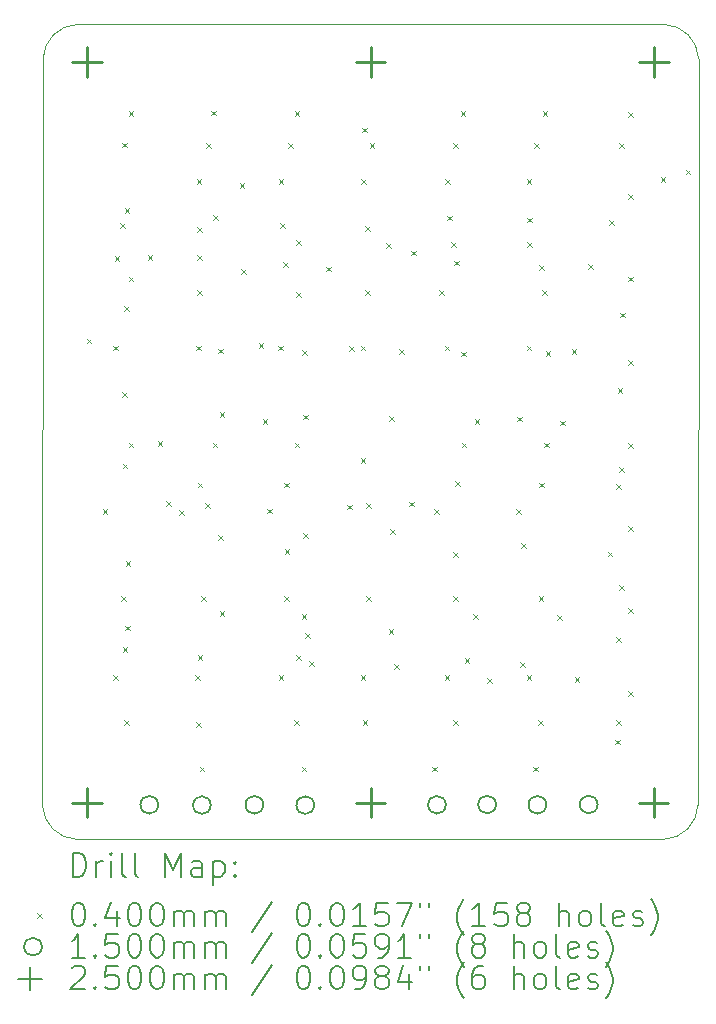
<source format=gbr>
%TF.GenerationSoftware,KiCad,Pcbnew,8.0.5*%
%TF.CreationDate,2025-09-21T17:17:39-10:00*%
%TF.ProjectId,SiPMT.revA,5369504d-542e-4726-9576-412e6b696361,rev?*%
%TF.SameCoordinates,Original*%
%TF.FileFunction,Drillmap*%
%TF.FilePolarity,Positive*%
%FSLAX45Y45*%
G04 Gerber Fmt 4.5, Leading zero omitted, Abs format (unit mm)*
G04 Created by KiCad (PCBNEW 8.0.5) date 2025-09-21 17:17:39*
%MOMM*%
%LPD*%
G01*
G04 APERTURE LIST*
%ADD10C,0.100000*%
%ADD11C,0.200000*%
%ADD12C,0.150000*%
%ADD13C,0.250000*%
G04 APERTURE END LIST*
D10*
X17175006Y-6058169D02*
X12205000Y-6058000D01*
X17459831Y-12668006D02*
X17465000Y-6348000D01*
X11915169Y-6347994D02*
X11910000Y-12668000D01*
X12199994Y-12957831D02*
G75*
G02*
X11909995Y-12668000I9996J300001D01*
G01*
X11915169Y-6347994D02*
G75*
G02*
X12205000Y-6057995I300001J-9996D01*
G01*
X17175006Y-6058169D02*
G75*
G02*
X17465005Y-6348000I-9996J-300001D01*
G01*
X17459831Y-12668006D02*
G75*
G02*
X17170000Y-12958005I-300001J9996D01*
G01*
X12199994Y-12957831D02*
X17170000Y-12958000D01*
D11*
D10*
X12285000Y-8718000D02*
X12325000Y-8758000D01*
X12325000Y-8718000D02*
X12285000Y-8758000D01*
X12420000Y-10163000D02*
X12460000Y-10203000D01*
X12460000Y-10163000D02*
X12420000Y-10203000D01*
X12510000Y-8778000D02*
X12550000Y-8818000D01*
X12550000Y-8778000D02*
X12510000Y-8818000D01*
X12510000Y-11568000D02*
X12550000Y-11608000D01*
X12550000Y-11568000D02*
X12510000Y-11608000D01*
X12520000Y-8018000D02*
X12560000Y-8058000D01*
X12560000Y-8018000D02*
X12520000Y-8058000D01*
X12565000Y-7738000D02*
X12605000Y-7778000D01*
X12605000Y-7738000D02*
X12565000Y-7778000D01*
X12575000Y-10898000D02*
X12615000Y-10938000D01*
X12615000Y-10898000D02*
X12575000Y-10938000D01*
X12585000Y-7058000D02*
X12625000Y-7098000D01*
X12625000Y-7058000D02*
X12585000Y-7098000D01*
X12585000Y-9173000D02*
X12625000Y-9213000D01*
X12625000Y-9173000D02*
X12585000Y-9213000D01*
X12590000Y-9778000D02*
X12630000Y-9818000D01*
X12630000Y-9778000D02*
X12590000Y-9818000D01*
X12590000Y-11328000D02*
X12630000Y-11368000D01*
X12630000Y-11328000D02*
X12590000Y-11368000D01*
X12600000Y-8443000D02*
X12640000Y-8483000D01*
X12640000Y-8443000D02*
X12600000Y-8483000D01*
X12600000Y-11948000D02*
X12640000Y-11988000D01*
X12640000Y-11948000D02*
X12600000Y-11988000D01*
X12605000Y-7613000D02*
X12645000Y-7653000D01*
X12645000Y-7613000D02*
X12605000Y-7653000D01*
X12610000Y-11148000D02*
X12650000Y-11188000D01*
X12650000Y-11148000D02*
X12610000Y-11188000D01*
X12615000Y-10603000D02*
X12655000Y-10643000D01*
X12655000Y-10603000D02*
X12615000Y-10643000D01*
X12638735Y-9599265D02*
X12678735Y-9639265D01*
X12678735Y-9599265D02*
X12638735Y-9639265D01*
X12640000Y-6793000D02*
X12680000Y-6833000D01*
X12680000Y-6793000D02*
X12640000Y-6833000D01*
X12640000Y-8193000D02*
X12680000Y-8233000D01*
X12680000Y-8193000D02*
X12640000Y-8233000D01*
X12800000Y-8013000D02*
X12840000Y-8053000D01*
X12840000Y-8013000D02*
X12800000Y-8053000D01*
X12885000Y-9588000D02*
X12925000Y-9628000D01*
X12925000Y-9588000D02*
X12885000Y-9628000D01*
X12955000Y-10093000D02*
X12995000Y-10133000D01*
X12995000Y-10093000D02*
X12955000Y-10133000D01*
X13065000Y-10173000D02*
X13105000Y-10213000D01*
X13105000Y-10173000D02*
X13065000Y-10213000D01*
X13205000Y-11568000D02*
X13245000Y-11608000D01*
X13245000Y-11568000D02*
X13205000Y-11608000D01*
X13210000Y-8778000D02*
X13250000Y-8818000D01*
X13250000Y-8778000D02*
X13210000Y-8818000D01*
X13210000Y-11968000D02*
X13250000Y-12008000D01*
X13250000Y-11968000D02*
X13210000Y-12008000D01*
X13215000Y-7368000D02*
X13255000Y-7408000D01*
X13255000Y-7368000D02*
X13215000Y-7408000D01*
X13217369Y-8307900D02*
X13257369Y-8347900D01*
X13257369Y-8307900D02*
X13217369Y-8347900D01*
X13220000Y-7773000D02*
X13260000Y-7813000D01*
X13260000Y-7773000D02*
X13220000Y-7813000D01*
X13220000Y-8013000D02*
X13260000Y-8053000D01*
X13260000Y-8013000D02*
X13220000Y-8053000D01*
X13225000Y-9938000D02*
X13265000Y-9978000D01*
X13265000Y-9938000D02*
X13225000Y-9978000D01*
X13225000Y-11398000D02*
X13265000Y-11438000D01*
X13265000Y-11398000D02*
X13225000Y-11438000D01*
X13240000Y-12343000D02*
X13280000Y-12383000D01*
X13280000Y-12343000D02*
X13240000Y-12383000D01*
X13255000Y-10898000D02*
X13295000Y-10938000D01*
X13295000Y-10898000D02*
X13255000Y-10938000D01*
X13285275Y-10110309D02*
X13325275Y-10150309D01*
X13325275Y-10110309D02*
X13285275Y-10150309D01*
X13295000Y-7063000D02*
X13335000Y-7103000D01*
X13335000Y-7063000D02*
X13295000Y-7103000D01*
X13340000Y-6788000D02*
X13380000Y-6828000D01*
X13380000Y-6788000D02*
X13340000Y-6828000D01*
X13350000Y-9598000D02*
X13390000Y-9638000D01*
X13390000Y-9598000D02*
X13350000Y-9638000D01*
X13352500Y-7673000D02*
X13392500Y-7713000D01*
X13392500Y-7673000D02*
X13352500Y-7713000D01*
X13400000Y-8803000D02*
X13440000Y-8843000D01*
X13440000Y-8803000D02*
X13400000Y-8843000D01*
X13400000Y-10383000D02*
X13440000Y-10423000D01*
X13440000Y-10383000D02*
X13400000Y-10423000D01*
X13410000Y-9343000D02*
X13450000Y-9383000D01*
X13450000Y-9343000D02*
X13410000Y-9383000D01*
X13410000Y-11028000D02*
X13450000Y-11068000D01*
X13450000Y-11028000D02*
X13410000Y-11068000D01*
X13580000Y-7403000D02*
X13620000Y-7443000D01*
X13620000Y-7403000D02*
X13580000Y-7443000D01*
X13590000Y-8128000D02*
X13630000Y-8168000D01*
X13630000Y-8128000D02*
X13590000Y-8168000D01*
X13740000Y-8758000D02*
X13780000Y-8798000D01*
X13780000Y-8758000D02*
X13740000Y-8798000D01*
X13775000Y-9403000D02*
X13815000Y-9443000D01*
X13815000Y-9403000D02*
X13775000Y-9443000D01*
X13814723Y-10158817D02*
X13854723Y-10198817D01*
X13854723Y-10158817D02*
X13814723Y-10198817D01*
X13905000Y-8778000D02*
X13945000Y-8818000D01*
X13945000Y-8778000D02*
X13905000Y-8818000D01*
X13910000Y-7368000D02*
X13950000Y-7408000D01*
X13950000Y-7368000D02*
X13910000Y-7408000D01*
X13910000Y-11568000D02*
X13950000Y-11608000D01*
X13950000Y-11568000D02*
X13910000Y-11608000D01*
X13925000Y-7743000D02*
X13965000Y-7783000D01*
X13965000Y-7743000D02*
X13925000Y-7783000D01*
X13950000Y-8068000D02*
X13990000Y-8108000D01*
X13990000Y-8068000D02*
X13950000Y-8108000D01*
X13955000Y-9938000D02*
X13995000Y-9978000D01*
X13995000Y-9938000D02*
X13955000Y-9978000D01*
X13955000Y-10898000D02*
X13995000Y-10938000D01*
X13995000Y-10898000D02*
X13955000Y-10938000D01*
X13960000Y-10498000D02*
X14000000Y-10538000D01*
X14000000Y-10498000D02*
X13960000Y-10538000D01*
X13990000Y-7063000D02*
X14030000Y-7103000D01*
X14030000Y-7063000D02*
X13990000Y-7103000D01*
X14040000Y-11948000D02*
X14080000Y-11988000D01*
X14080000Y-11948000D02*
X14040000Y-11988000D01*
X14045000Y-6793000D02*
X14085000Y-6833000D01*
X14085000Y-6793000D02*
X14045000Y-6833000D01*
X14045000Y-9598000D02*
X14085000Y-9638000D01*
X14085000Y-9598000D02*
X14045000Y-9638000D01*
X14055000Y-7883000D02*
X14095000Y-7923000D01*
X14095000Y-7883000D02*
X14055000Y-7923000D01*
X14055000Y-11398000D02*
X14095000Y-11438000D01*
X14095000Y-11398000D02*
X14055000Y-11438000D01*
X14060000Y-8323000D02*
X14100000Y-8363000D01*
X14100000Y-8323000D02*
X14060000Y-8363000D01*
X14105000Y-11053000D02*
X14145000Y-11093000D01*
X14145000Y-11053000D02*
X14105000Y-11093000D01*
X14105000Y-12343000D02*
X14145000Y-12383000D01*
X14145000Y-12343000D02*
X14105000Y-12383000D01*
X14110000Y-8813000D02*
X14150000Y-8853000D01*
X14150000Y-8813000D02*
X14110000Y-8853000D01*
X14115000Y-10368000D02*
X14155000Y-10408000D01*
X14155000Y-10368000D02*
X14115000Y-10408000D01*
X14120000Y-9363000D02*
X14160000Y-9403000D01*
X14160000Y-9363000D02*
X14120000Y-9403000D01*
X14135000Y-11213000D02*
X14175000Y-11253000D01*
X14175000Y-11213000D02*
X14135000Y-11253000D01*
X14170000Y-11448000D02*
X14210000Y-11488000D01*
X14210000Y-11448000D02*
X14170000Y-11488000D01*
X14310000Y-8108000D02*
X14350000Y-8148000D01*
X14350000Y-8108000D02*
X14310000Y-8148000D01*
X14490000Y-10123000D02*
X14530000Y-10163000D01*
X14530000Y-10123000D02*
X14490000Y-10163000D01*
X14505000Y-8783000D02*
X14545000Y-8823000D01*
X14545000Y-8783000D02*
X14505000Y-8823000D01*
X14604862Y-8777744D02*
X14644862Y-8817744D01*
X14644862Y-8777744D02*
X14604862Y-8817744D01*
X14605000Y-9733000D02*
X14645000Y-9773000D01*
X14645000Y-9733000D02*
X14605000Y-9773000D01*
X14605000Y-11568000D02*
X14645000Y-11608000D01*
X14645000Y-11568000D02*
X14605000Y-11608000D01*
X14610000Y-7368000D02*
X14650000Y-7408000D01*
X14650000Y-7368000D02*
X14610000Y-7408000D01*
X14615000Y-6933000D02*
X14655000Y-6973000D01*
X14655000Y-6933000D02*
X14615000Y-6973000D01*
X14620000Y-11948000D02*
X14660000Y-11988000D01*
X14660000Y-11948000D02*
X14620000Y-11988000D01*
X14640000Y-7763000D02*
X14680000Y-7803000D01*
X14680000Y-7763000D02*
X14640000Y-7803000D01*
X14645000Y-8308000D02*
X14685000Y-8348000D01*
X14685000Y-8308000D02*
X14645000Y-8348000D01*
X14647500Y-10110000D02*
X14687500Y-10150000D01*
X14687500Y-10110000D02*
X14647500Y-10150000D01*
X14647500Y-10898000D02*
X14687500Y-10938000D01*
X14687500Y-10898000D02*
X14647500Y-10938000D01*
X14680000Y-7063000D02*
X14720000Y-7103000D01*
X14720000Y-7063000D02*
X14680000Y-7103000D01*
X14820000Y-7908000D02*
X14860000Y-7948000D01*
X14860000Y-7908000D02*
X14820000Y-7948000D01*
X14840000Y-11178000D02*
X14880000Y-11218000D01*
X14880000Y-11178000D02*
X14840000Y-11218000D01*
X14845000Y-9373000D02*
X14885000Y-9413000D01*
X14885000Y-9373000D02*
X14845000Y-9413000D01*
X14855000Y-10333000D02*
X14895000Y-10373000D01*
X14895000Y-10333000D02*
X14855000Y-10373000D01*
X14890000Y-11473000D02*
X14930000Y-11513000D01*
X14930000Y-11473000D02*
X14890000Y-11513000D01*
X14930000Y-8808000D02*
X14970000Y-8848000D01*
X14970000Y-8808000D02*
X14930000Y-8848000D01*
X15015000Y-10098000D02*
X15055000Y-10138000D01*
X15055000Y-10098000D02*
X15015000Y-10138000D01*
X15030000Y-7973000D02*
X15070000Y-8013000D01*
X15070000Y-7973000D02*
X15030000Y-8013000D01*
X15210000Y-12343000D02*
X15250000Y-12383000D01*
X15250000Y-12343000D02*
X15210000Y-12383000D01*
X15225000Y-10163000D02*
X15265000Y-10203000D01*
X15265000Y-10163000D02*
X15225000Y-10203000D01*
X15270000Y-8308000D02*
X15310000Y-8348000D01*
X15310000Y-8308000D02*
X15270000Y-8348000D01*
X15315000Y-8778000D02*
X15355000Y-8818000D01*
X15355000Y-8778000D02*
X15315000Y-8818000D01*
X15315000Y-11568000D02*
X15355000Y-11608000D01*
X15355000Y-11568000D02*
X15315000Y-11608000D01*
X15320000Y-7368000D02*
X15360000Y-7408000D01*
X15360000Y-7368000D02*
X15320000Y-7408000D01*
X15335000Y-7678000D02*
X15375000Y-7718000D01*
X15375000Y-7678000D02*
X15335000Y-7718000D01*
X15370000Y-7903000D02*
X15410000Y-7943000D01*
X15410000Y-7903000D02*
X15370000Y-7943000D01*
X15385000Y-11948000D02*
X15425000Y-11988000D01*
X15425000Y-11948000D02*
X15385000Y-11988000D01*
X15390000Y-7063000D02*
X15430000Y-7103000D01*
X15430000Y-7063000D02*
X15390000Y-7103000D01*
X15390000Y-10528000D02*
X15430000Y-10568000D01*
X15430000Y-10528000D02*
X15390000Y-10568000D01*
X15390000Y-10898000D02*
X15430000Y-10938000D01*
X15430000Y-10898000D02*
X15390000Y-10938000D01*
X15395000Y-8058000D02*
X15435000Y-8098000D01*
X15435000Y-8058000D02*
X15395000Y-8098000D01*
X15405000Y-9928000D02*
X15445000Y-9968000D01*
X15445000Y-9928000D02*
X15405000Y-9968000D01*
X15450000Y-6793000D02*
X15490000Y-6833000D01*
X15490000Y-6793000D02*
X15450000Y-6833000D01*
X15455000Y-8828000D02*
X15495000Y-8868000D01*
X15495000Y-8828000D02*
X15455000Y-8868000D01*
X15460000Y-9598000D02*
X15500000Y-9638000D01*
X15500000Y-9598000D02*
X15460000Y-9638000D01*
X15485000Y-11423000D02*
X15525000Y-11463000D01*
X15525000Y-11423000D02*
X15485000Y-11463000D01*
X15555000Y-11053000D02*
X15595000Y-11093000D01*
X15595000Y-11053000D02*
X15555000Y-11093000D01*
X15570000Y-9398000D02*
X15610000Y-9438000D01*
X15610000Y-9398000D02*
X15570000Y-9438000D01*
X15675000Y-11593000D02*
X15715000Y-11633000D01*
X15715000Y-11593000D02*
X15675000Y-11633000D01*
X15920000Y-10163000D02*
X15960000Y-10203000D01*
X15960000Y-10163000D02*
X15920000Y-10203000D01*
X15930000Y-9378000D02*
X15970000Y-9418000D01*
X15970000Y-9378000D02*
X15930000Y-9418000D01*
X15955000Y-11458000D02*
X15995000Y-11498000D01*
X15995000Y-11458000D02*
X15955000Y-11498000D01*
X15965000Y-10448000D02*
X16005000Y-10488000D01*
X16005000Y-10448000D02*
X15965000Y-10488000D01*
X16010000Y-7368000D02*
X16050000Y-7408000D01*
X16050000Y-7368000D02*
X16010000Y-7408000D01*
X16010000Y-8778000D02*
X16050000Y-8818000D01*
X16050000Y-8778000D02*
X16010000Y-8818000D01*
X16010000Y-11568000D02*
X16050000Y-11608000D01*
X16050000Y-11568000D02*
X16010000Y-11608000D01*
X16015000Y-7693000D02*
X16055000Y-7733000D01*
X16055000Y-7693000D02*
X16015000Y-7733000D01*
X16015000Y-7903000D02*
X16055000Y-7943000D01*
X16055000Y-7903000D02*
X16015000Y-7943000D01*
X16065000Y-12343000D02*
X16105000Y-12383000D01*
X16105000Y-12343000D02*
X16065000Y-12383000D01*
X16075000Y-7063000D02*
X16115000Y-7103000D01*
X16115000Y-7063000D02*
X16075000Y-7103000D01*
X16105000Y-11948000D02*
X16145000Y-11988000D01*
X16145000Y-11948000D02*
X16105000Y-11988000D01*
X16112140Y-10900860D02*
X16152140Y-10940860D01*
X16152140Y-10900860D02*
X16112140Y-10940860D01*
X16115000Y-8098000D02*
X16155000Y-8138000D01*
X16155000Y-8098000D02*
X16115000Y-8138000D01*
X16115000Y-9938000D02*
X16155000Y-9978000D01*
X16155000Y-9938000D02*
X16115000Y-9978000D01*
X16140000Y-8308000D02*
X16180000Y-8348000D01*
X16180000Y-8308000D02*
X16140000Y-8348000D01*
X16145000Y-6793000D02*
X16185000Y-6833000D01*
X16185000Y-6793000D02*
X16145000Y-6833000D01*
X16160000Y-9598000D02*
X16200000Y-9638000D01*
X16200000Y-9598000D02*
X16160000Y-9638000D01*
X16170000Y-8823000D02*
X16210000Y-8863000D01*
X16210000Y-8823000D02*
X16170000Y-8863000D01*
X16265000Y-11058000D02*
X16305000Y-11098000D01*
X16305000Y-11058000D02*
X16265000Y-11098000D01*
X16295000Y-9413000D02*
X16335000Y-9453000D01*
X16335000Y-9413000D02*
X16295000Y-9453000D01*
X16390000Y-8808000D02*
X16430000Y-8848000D01*
X16430000Y-8808000D02*
X16390000Y-8848000D01*
X16415000Y-11583000D02*
X16455000Y-11623000D01*
X16455000Y-11583000D02*
X16415000Y-11623000D01*
X16530000Y-8088000D02*
X16570000Y-8128000D01*
X16570000Y-8088000D02*
X16530000Y-8128000D01*
X16695000Y-10523000D02*
X16735000Y-10563000D01*
X16735000Y-10523000D02*
X16695000Y-10563000D01*
X16705000Y-7718000D02*
X16745000Y-7758000D01*
X16745000Y-7718000D02*
X16705000Y-7758000D01*
X16760000Y-12113000D02*
X16800000Y-12153000D01*
X16800000Y-12113000D02*
X16760000Y-12153000D01*
X16770000Y-9953000D02*
X16810000Y-9993000D01*
X16810000Y-9953000D02*
X16770000Y-9993000D01*
X16770000Y-11248000D02*
X16810000Y-11288000D01*
X16810000Y-11248000D02*
X16770000Y-11288000D01*
X16770000Y-11948000D02*
X16810000Y-11988000D01*
X16810000Y-11948000D02*
X16770000Y-11988000D01*
X16780000Y-9138000D02*
X16820000Y-9178000D01*
X16820000Y-9138000D02*
X16780000Y-9178000D01*
X16795000Y-7063000D02*
X16835000Y-7103000D01*
X16835000Y-7063000D02*
X16795000Y-7103000D01*
X16795000Y-9808000D02*
X16835000Y-9848000D01*
X16835000Y-9808000D02*
X16795000Y-9848000D01*
X16795000Y-10808000D02*
X16835000Y-10848000D01*
X16835000Y-10808000D02*
X16795000Y-10848000D01*
X16800000Y-8498000D02*
X16840000Y-8538000D01*
X16840000Y-8498000D02*
X16800000Y-8538000D01*
X16870000Y-6798000D02*
X16910000Y-6838000D01*
X16910000Y-6798000D02*
X16870000Y-6838000D01*
X16870000Y-7493000D02*
X16910000Y-7533000D01*
X16910000Y-7493000D02*
X16870000Y-7533000D01*
X16870000Y-8193000D02*
X16910000Y-8233000D01*
X16910000Y-8193000D02*
X16870000Y-8233000D01*
X16870000Y-8898000D02*
X16910000Y-8938000D01*
X16910000Y-8898000D02*
X16870000Y-8938000D01*
X16870000Y-9603000D02*
X16910000Y-9643000D01*
X16910000Y-9603000D02*
X16870000Y-9643000D01*
X16870000Y-10303000D02*
X16910000Y-10343000D01*
X16910000Y-10303000D02*
X16870000Y-10343000D01*
X16870000Y-10998000D02*
X16910000Y-11038000D01*
X16910000Y-10998000D02*
X16870000Y-11038000D01*
X16870000Y-11703000D02*
X16910000Y-11743000D01*
X16910000Y-11703000D02*
X16870000Y-11743000D01*
X17145000Y-7353000D02*
X17185000Y-7393000D01*
X17185000Y-7353000D02*
X17145000Y-7393000D01*
X17355000Y-7288000D02*
X17395000Y-7328000D01*
X17395000Y-7288000D02*
X17355000Y-7328000D01*
D12*
X12889315Y-12665500D02*
G75*
G02*
X12739315Y-12665500I-75000J0D01*
G01*
X12739315Y-12665500D02*
G75*
G02*
X12889315Y-12665500I75000J0D01*
G01*
X13335000Y-12668000D02*
G75*
G02*
X13185000Y-12668000I-75000J0D01*
G01*
X13185000Y-12668000D02*
G75*
G02*
X13335000Y-12668000I75000J0D01*
G01*
X13778750Y-12665500D02*
G75*
G02*
X13628750Y-12665500I-75000J0D01*
G01*
X13628750Y-12665500D02*
G75*
G02*
X13778750Y-12665500I75000J0D01*
G01*
X14210000Y-12668000D02*
G75*
G02*
X14060000Y-12668000I-75000J0D01*
G01*
X14060000Y-12668000D02*
G75*
G02*
X14210000Y-12668000I75000J0D01*
G01*
X15325000Y-12665500D02*
G75*
G02*
X15175000Y-12665500I-75000J0D01*
G01*
X15175000Y-12665500D02*
G75*
G02*
X15325000Y-12665500I75000J0D01*
G01*
X15750000Y-12663000D02*
G75*
G02*
X15600000Y-12663000I-75000J0D01*
G01*
X15600000Y-12663000D02*
G75*
G02*
X15750000Y-12663000I75000J0D01*
G01*
X16175000Y-12665500D02*
G75*
G02*
X16025000Y-12665500I-75000J0D01*
G01*
X16025000Y-12665500D02*
G75*
G02*
X16175000Y-12665500I75000J0D01*
G01*
X16610000Y-12663000D02*
G75*
G02*
X16460000Y-12663000I-75000J0D01*
G01*
X16460000Y-12663000D02*
G75*
G02*
X16610000Y-12663000I75000J0D01*
G01*
D13*
X12288750Y-6252500D02*
X12288750Y-6502500D01*
X12163750Y-6377500D02*
X12413750Y-6377500D01*
X12288750Y-12522500D02*
X12288750Y-12772500D01*
X12163750Y-12647500D02*
X12413750Y-12647500D01*
X14688750Y-6252500D02*
X14688750Y-6502500D01*
X14563750Y-6377500D02*
X14813750Y-6377500D01*
X14688750Y-12522500D02*
X14688750Y-12772500D01*
X14563750Y-12647500D02*
X14813750Y-12647500D01*
X17083750Y-12522500D02*
X17083750Y-12772500D01*
X16958750Y-12647500D02*
X17208750Y-12647500D01*
X17088750Y-6252500D02*
X17088750Y-6502500D01*
X16963750Y-6377500D02*
X17213750Y-6377500D01*
D11*
X12165777Y-13274484D02*
X12165777Y-13074484D01*
X12165777Y-13074484D02*
X12213396Y-13074484D01*
X12213396Y-13074484D02*
X12241967Y-13084008D01*
X12241967Y-13084008D02*
X12261015Y-13103055D01*
X12261015Y-13103055D02*
X12270539Y-13122103D01*
X12270539Y-13122103D02*
X12280062Y-13160198D01*
X12280062Y-13160198D02*
X12280062Y-13188769D01*
X12280062Y-13188769D02*
X12270539Y-13226865D01*
X12270539Y-13226865D02*
X12261015Y-13245912D01*
X12261015Y-13245912D02*
X12241967Y-13264960D01*
X12241967Y-13264960D02*
X12213396Y-13274484D01*
X12213396Y-13274484D02*
X12165777Y-13274484D01*
X12365777Y-13274484D02*
X12365777Y-13141150D01*
X12365777Y-13179246D02*
X12375301Y-13160198D01*
X12375301Y-13160198D02*
X12384824Y-13150674D01*
X12384824Y-13150674D02*
X12403872Y-13141150D01*
X12403872Y-13141150D02*
X12422920Y-13141150D01*
X12489586Y-13274484D02*
X12489586Y-13141150D01*
X12489586Y-13074484D02*
X12480062Y-13084008D01*
X12480062Y-13084008D02*
X12489586Y-13093531D01*
X12489586Y-13093531D02*
X12499110Y-13084008D01*
X12499110Y-13084008D02*
X12489586Y-13074484D01*
X12489586Y-13074484D02*
X12489586Y-13093531D01*
X12613396Y-13274484D02*
X12594348Y-13264960D01*
X12594348Y-13264960D02*
X12584824Y-13245912D01*
X12584824Y-13245912D02*
X12584824Y-13074484D01*
X12718158Y-13274484D02*
X12699110Y-13264960D01*
X12699110Y-13264960D02*
X12689586Y-13245912D01*
X12689586Y-13245912D02*
X12689586Y-13074484D01*
X12946729Y-13274484D02*
X12946729Y-13074484D01*
X12946729Y-13074484D02*
X13013396Y-13217341D01*
X13013396Y-13217341D02*
X13080062Y-13074484D01*
X13080062Y-13074484D02*
X13080062Y-13274484D01*
X13261015Y-13274484D02*
X13261015Y-13169722D01*
X13261015Y-13169722D02*
X13251491Y-13150674D01*
X13251491Y-13150674D02*
X13232443Y-13141150D01*
X13232443Y-13141150D02*
X13194348Y-13141150D01*
X13194348Y-13141150D02*
X13175301Y-13150674D01*
X13261015Y-13264960D02*
X13241967Y-13274484D01*
X13241967Y-13274484D02*
X13194348Y-13274484D01*
X13194348Y-13274484D02*
X13175301Y-13264960D01*
X13175301Y-13264960D02*
X13165777Y-13245912D01*
X13165777Y-13245912D02*
X13165777Y-13226865D01*
X13165777Y-13226865D02*
X13175301Y-13207817D01*
X13175301Y-13207817D02*
X13194348Y-13198293D01*
X13194348Y-13198293D02*
X13241967Y-13198293D01*
X13241967Y-13198293D02*
X13261015Y-13188769D01*
X13356253Y-13141150D02*
X13356253Y-13341150D01*
X13356253Y-13150674D02*
X13375301Y-13141150D01*
X13375301Y-13141150D02*
X13413396Y-13141150D01*
X13413396Y-13141150D02*
X13432443Y-13150674D01*
X13432443Y-13150674D02*
X13441967Y-13160198D01*
X13441967Y-13160198D02*
X13451491Y-13179246D01*
X13451491Y-13179246D02*
X13451491Y-13236388D01*
X13451491Y-13236388D02*
X13441967Y-13255436D01*
X13441967Y-13255436D02*
X13432443Y-13264960D01*
X13432443Y-13264960D02*
X13413396Y-13274484D01*
X13413396Y-13274484D02*
X13375301Y-13274484D01*
X13375301Y-13274484D02*
X13356253Y-13264960D01*
X13537205Y-13255436D02*
X13546729Y-13264960D01*
X13546729Y-13264960D02*
X13537205Y-13274484D01*
X13537205Y-13274484D02*
X13527682Y-13264960D01*
X13527682Y-13264960D02*
X13537205Y-13255436D01*
X13537205Y-13255436D02*
X13537205Y-13274484D01*
X13537205Y-13150674D02*
X13546729Y-13160198D01*
X13546729Y-13160198D02*
X13537205Y-13169722D01*
X13537205Y-13169722D02*
X13527682Y-13160198D01*
X13527682Y-13160198D02*
X13537205Y-13150674D01*
X13537205Y-13150674D02*
X13537205Y-13169722D01*
D10*
X11865000Y-13583000D02*
X11905000Y-13623000D01*
X11905000Y-13583000D02*
X11865000Y-13623000D01*
D11*
X12203872Y-13494484D02*
X12222920Y-13494484D01*
X12222920Y-13494484D02*
X12241967Y-13504008D01*
X12241967Y-13504008D02*
X12251491Y-13513531D01*
X12251491Y-13513531D02*
X12261015Y-13532579D01*
X12261015Y-13532579D02*
X12270539Y-13570674D01*
X12270539Y-13570674D02*
X12270539Y-13618293D01*
X12270539Y-13618293D02*
X12261015Y-13656388D01*
X12261015Y-13656388D02*
X12251491Y-13675436D01*
X12251491Y-13675436D02*
X12241967Y-13684960D01*
X12241967Y-13684960D02*
X12222920Y-13694484D01*
X12222920Y-13694484D02*
X12203872Y-13694484D01*
X12203872Y-13694484D02*
X12184824Y-13684960D01*
X12184824Y-13684960D02*
X12175301Y-13675436D01*
X12175301Y-13675436D02*
X12165777Y-13656388D01*
X12165777Y-13656388D02*
X12156253Y-13618293D01*
X12156253Y-13618293D02*
X12156253Y-13570674D01*
X12156253Y-13570674D02*
X12165777Y-13532579D01*
X12165777Y-13532579D02*
X12175301Y-13513531D01*
X12175301Y-13513531D02*
X12184824Y-13504008D01*
X12184824Y-13504008D02*
X12203872Y-13494484D01*
X12356253Y-13675436D02*
X12365777Y-13684960D01*
X12365777Y-13684960D02*
X12356253Y-13694484D01*
X12356253Y-13694484D02*
X12346729Y-13684960D01*
X12346729Y-13684960D02*
X12356253Y-13675436D01*
X12356253Y-13675436D02*
X12356253Y-13694484D01*
X12537205Y-13561150D02*
X12537205Y-13694484D01*
X12489586Y-13484960D02*
X12441967Y-13627817D01*
X12441967Y-13627817D02*
X12565777Y-13627817D01*
X12680062Y-13494484D02*
X12699110Y-13494484D01*
X12699110Y-13494484D02*
X12718158Y-13504008D01*
X12718158Y-13504008D02*
X12727682Y-13513531D01*
X12727682Y-13513531D02*
X12737205Y-13532579D01*
X12737205Y-13532579D02*
X12746729Y-13570674D01*
X12746729Y-13570674D02*
X12746729Y-13618293D01*
X12746729Y-13618293D02*
X12737205Y-13656388D01*
X12737205Y-13656388D02*
X12727682Y-13675436D01*
X12727682Y-13675436D02*
X12718158Y-13684960D01*
X12718158Y-13684960D02*
X12699110Y-13694484D01*
X12699110Y-13694484D02*
X12680062Y-13694484D01*
X12680062Y-13694484D02*
X12661015Y-13684960D01*
X12661015Y-13684960D02*
X12651491Y-13675436D01*
X12651491Y-13675436D02*
X12641967Y-13656388D01*
X12641967Y-13656388D02*
X12632443Y-13618293D01*
X12632443Y-13618293D02*
X12632443Y-13570674D01*
X12632443Y-13570674D02*
X12641967Y-13532579D01*
X12641967Y-13532579D02*
X12651491Y-13513531D01*
X12651491Y-13513531D02*
X12661015Y-13504008D01*
X12661015Y-13504008D02*
X12680062Y-13494484D01*
X12870539Y-13494484D02*
X12889586Y-13494484D01*
X12889586Y-13494484D02*
X12908634Y-13504008D01*
X12908634Y-13504008D02*
X12918158Y-13513531D01*
X12918158Y-13513531D02*
X12927682Y-13532579D01*
X12927682Y-13532579D02*
X12937205Y-13570674D01*
X12937205Y-13570674D02*
X12937205Y-13618293D01*
X12937205Y-13618293D02*
X12927682Y-13656388D01*
X12927682Y-13656388D02*
X12918158Y-13675436D01*
X12918158Y-13675436D02*
X12908634Y-13684960D01*
X12908634Y-13684960D02*
X12889586Y-13694484D01*
X12889586Y-13694484D02*
X12870539Y-13694484D01*
X12870539Y-13694484D02*
X12851491Y-13684960D01*
X12851491Y-13684960D02*
X12841967Y-13675436D01*
X12841967Y-13675436D02*
X12832443Y-13656388D01*
X12832443Y-13656388D02*
X12822920Y-13618293D01*
X12822920Y-13618293D02*
X12822920Y-13570674D01*
X12822920Y-13570674D02*
X12832443Y-13532579D01*
X12832443Y-13532579D02*
X12841967Y-13513531D01*
X12841967Y-13513531D02*
X12851491Y-13504008D01*
X12851491Y-13504008D02*
X12870539Y-13494484D01*
X13022920Y-13694484D02*
X13022920Y-13561150D01*
X13022920Y-13580198D02*
X13032443Y-13570674D01*
X13032443Y-13570674D02*
X13051491Y-13561150D01*
X13051491Y-13561150D02*
X13080063Y-13561150D01*
X13080063Y-13561150D02*
X13099110Y-13570674D01*
X13099110Y-13570674D02*
X13108634Y-13589722D01*
X13108634Y-13589722D02*
X13108634Y-13694484D01*
X13108634Y-13589722D02*
X13118158Y-13570674D01*
X13118158Y-13570674D02*
X13137205Y-13561150D01*
X13137205Y-13561150D02*
X13165777Y-13561150D01*
X13165777Y-13561150D02*
X13184824Y-13570674D01*
X13184824Y-13570674D02*
X13194348Y-13589722D01*
X13194348Y-13589722D02*
X13194348Y-13694484D01*
X13289586Y-13694484D02*
X13289586Y-13561150D01*
X13289586Y-13580198D02*
X13299110Y-13570674D01*
X13299110Y-13570674D02*
X13318158Y-13561150D01*
X13318158Y-13561150D02*
X13346729Y-13561150D01*
X13346729Y-13561150D02*
X13365777Y-13570674D01*
X13365777Y-13570674D02*
X13375301Y-13589722D01*
X13375301Y-13589722D02*
X13375301Y-13694484D01*
X13375301Y-13589722D02*
X13384824Y-13570674D01*
X13384824Y-13570674D02*
X13403872Y-13561150D01*
X13403872Y-13561150D02*
X13432443Y-13561150D01*
X13432443Y-13561150D02*
X13451491Y-13570674D01*
X13451491Y-13570674D02*
X13461015Y-13589722D01*
X13461015Y-13589722D02*
X13461015Y-13694484D01*
X13851491Y-13484960D02*
X13680063Y-13742103D01*
X14108634Y-13494484D02*
X14127682Y-13494484D01*
X14127682Y-13494484D02*
X14146729Y-13504008D01*
X14146729Y-13504008D02*
X14156253Y-13513531D01*
X14156253Y-13513531D02*
X14165777Y-13532579D01*
X14165777Y-13532579D02*
X14175301Y-13570674D01*
X14175301Y-13570674D02*
X14175301Y-13618293D01*
X14175301Y-13618293D02*
X14165777Y-13656388D01*
X14165777Y-13656388D02*
X14156253Y-13675436D01*
X14156253Y-13675436D02*
X14146729Y-13684960D01*
X14146729Y-13684960D02*
X14127682Y-13694484D01*
X14127682Y-13694484D02*
X14108634Y-13694484D01*
X14108634Y-13694484D02*
X14089586Y-13684960D01*
X14089586Y-13684960D02*
X14080063Y-13675436D01*
X14080063Y-13675436D02*
X14070539Y-13656388D01*
X14070539Y-13656388D02*
X14061015Y-13618293D01*
X14061015Y-13618293D02*
X14061015Y-13570674D01*
X14061015Y-13570674D02*
X14070539Y-13532579D01*
X14070539Y-13532579D02*
X14080063Y-13513531D01*
X14080063Y-13513531D02*
X14089586Y-13504008D01*
X14089586Y-13504008D02*
X14108634Y-13494484D01*
X14261015Y-13675436D02*
X14270539Y-13684960D01*
X14270539Y-13684960D02*
X14261015Y-13694484D01*
X14261015Y-13694484D02*
X14251491Y-13684960D01*
X14251491Y-13684960D02*
X14261015Y-13675436D01*
X14261015Y-13675436D02*
X14261015Y-13694484D01*
X14394348Y-13494484D02*
X14413396Y-13494484D01*
X14413396Y-13494484D02*
X14432444Y-13504008D01*
X14432444Y-13504008D02*
X14441967Y-13513531D01*
X14441967Y-13513531D02*
X14451491Y-13532579D01*
X14451491Y-13532579D02*
X14461015Y-13570674D01*
X14461015Y-13570674D02*
X14461015Y-13618293D01*
X14461015Y-13618293D02*
X14451491Y-13656388D01*
X14451491Y-13656388D02*
X14441967Y-13675436D01*
X14441967Y-13675436D02*
X14432444Y-13684960D01*
X14432444Y-13684960D02*
X14413396Y-13694484D01*
X14413396Y-13694484D02*
X14394348Y-13694484D01*
X14394348Y-13694484D02*
X14375301Y-13684960D01*
X14375301Y-13684960D02*
X14365777Y-13675436D01*
X14365777Y-13675436D02*
X14356253Y-13656388D01*
X14356253Y-13656388D02*
X14346729Y-13618293D01*
X14346729Y-13618293D02*
X14346729Y-13570674D01*
X14346729Y-13570674D02*
X14356253Y-13532579D01*
X14356253Y-13532579D02*
X14365777Y-13513531D01*
X14365777Y-13513531D02*
X14375301Y-13504008D01*
X14375301Y-13504008D02*
X14394348Y-13494484D01*
X14651491Y-13694484D02*
X14537206Y-13694484D01*
X14594348Y-13694484D02*
X14594348Y-13494484D01*
X14594348Y-13494484D02*
X14575301Y-13523055D01*
X14575301Y-13523055D02*
X14556253Y-13542103D01*
X14556253Y-13542103D02*
X14537206Y-13551627D01*
X14832444Y-13494484D02*
X14737206Y-13494484D01*
X14737206Y-13494484D02*
X14727682Y-13589722D01*
X14727682Y-13589722D02*
X14737206Y-13580198D01*
X14737206Y-13580198D02*
X14756253Y-13570674D01*
X14756253Y-13570674D02*
X14803872Y-13570674D01*
X14803872Y-13570674D02*
X14822920Y-13580198D01*
X14822920Y-13580198D02*
X14832444Y-13589722D01*
X14832444Y-13589722D02*
X14841967Y-13608769D01*
X14841967Y-13608769D02*
X14841967Y-13656388D01*
X14841967Y-13656388D02*
X14832444Y-13675436D01*
X14832444Y-13675436D02*
X14822920Y-13684960D01*
X14822920Y-13684960D02*
X14803872Y-13694484D01*
X14803872Y-13694484D02*
X14756253Y-13694484D01*
X14756253Y-13694484D02*
X14737206Y-13684960D01*
X14737206Y-13684960D02*
X14727682Y-13675436D01*
X14908634Y-13494484D02*
X15041967Y-13494484D01*
X15041967Y-13494484D02*
X14956253Y-13694484D01*
X15108634Y-13494484D02*
X15108634Y-13532579D01*
X15184825Y-13494484D02*
X15184825Y-13532579D01*
X15480063Y-13770674D02*
X15470539Y-13761150D01*
X15470539Y-13761150D02*
X15451491Y-13732579D01*
X15451491Y-13732579D02*
X15441968Y-13713531D01*
X15441968Y-13713531D02*
X15432444Y-13684960D01*
X15432444Y-13684960D02*
X15422920Y-13637341D01*
X15422920Y-13637341D02*
X15422920Y-13599246D01*
X15422920Y-13599246D02*
X15432444Y-13551627D01*
X15432444Y-13551627D02*
X15441968Y-13523055D01*
X15441968Y-13523055D02*
X15451491Y-13504008D01*
X15451491Y-13504008D02*
X15470539Y-13475436D01*
X15470539Y-13475436D02*
X15480063Y-13465912D01*
X15661015Y-13694484D02*
X15546729Y-13694484D01*
X15603872Y-13694484D02*
X15603872Y-13494484D01*
X15603872Y-13494484D02*
X15584825Y-13523055D01*
X15584825Y-13523055D02*
X15565777Y-13542103D01*
X15565777Y-13542103D02*
X15546729Y-13551627D01*
X15841968Y-13494484D02*
X15746729Y-13494484D01*
X15746729Y-13494484D02*
X15737206Y-13589722D01*
X15737206Y-13589722D02*
X15746729Y-13580198D01*
X15746729Y-13580198D02*
X15765777Y-13570674D01*
X15765777Y-13570674D02*
X15813396Y-13570674D01*
X15813396Y-13570674D02*
X15832444Y-13580198D01*
X15832444Y-13580198D02*
X15841968Y-13589722D01*
X15841968Y-13589722D02*
X15851491Y-13608769D01*
X15851491Y-13608769D02*
X15851491Y-13656388D01*
X15851491Y-13656388D02*
X15841968Y-13675436D01*
X15841968Y-13675436D02*
X15832444Y-13684960D01*
X15832444Y-13684960D02*
X15813396Y-13694484D01*
X15813396Y-13694484D02*
X15765777Y-13694484D01*
X15765777Y-13694484D02*
X15746729Y-13684960D01*
X15746729Y-13684960D02*
X15737206Y-13675436D01*
X15965777Y-13580198D02*
X15946729Y-13570674D01*
X15946729Y-13570674D02*
X15937206Y-13561150D01*
X15937206Y-13561150D02*
X15927682Y-13542103D01*
X15927682Y-13542103D02*
X15927682Y-13532579D01*
X15927682Y-13532579D02*
X15937206Y-13513531D01*
X15937206Y-13513531D02*
X15946729Y-13504008D01*
X15946729Y-13504008D02*
X15965777Y-13494484D01*
X15965777Y-13494484D02*
X16003872Y-13494484D01*
X16003872Y-13494484D02*
X16022920Y-13504008D01*
X16022920Y-13504008D02*
X16032444Y-13513531D01*
X16032444Y-13513531D02*
X16041968Y-13532579D01*
X16041968Y-13532579D02*
X16041968Y-13542103D01*
X16041968Y-13542103D02*
X16032444Y-13561150D01*
X16032444Y-13561150D02*
X16022920Y-13570674D01*
X16022920Y-13570674D02*
X16003872Y-13580198D01*
X16003872Y-13580198D02*
X15965777Y-13580198D01*
X15965777Y-13580198D02*
X15946729Y-13589722D01*
X15946729Y-13589722D02*
X15937206Y-13599246D01*
X15937206Y-13599246D02*
X15927682Y-13618293D01*
X15927682Y-13618293D02*
X15927682Y-13656388D01*
X15927682Y-13656388D02*
X15937206Y-13675436D01*
X15937206Y-13675436D02*
X15946729Y-13684960D01*
X15946729Y-13684960D02*
X15965777Y-13694484D01*
X15965777Y-13694484D02*
X16003872Y-13694484D01*
X16003872Y-13694484D02*
X16022920Y-13684960D01*
X16022920Y-13684960D02*
X16032444Y-13675436D01*
X16032444Y-13675436D02*
X16041968Y-13656388D01*
X16041968Y-13656388D02*
X16041968Y-13618293D01*
X16041968Y-13618293D02*
X16032444Y-13599246D01*
X16032444Y-13599246D02*
X16022920Y-13589722D01*
X16022920Y-13589722D02*
X16003872Y-13580198D01*
X16280063Y-13694484D02*
X16280063Y-13494484D01*
X16365777Y-13694484D02*
X16365777Y-13589722D01*
X16365777Y-13589722D02*
X16356253Y-13570674D01*
X16356253Y-13570674D02*
X16337206Y-13561150D01*
X16337206Y-13561150D02*
X16308634Y-13561150D01*
X16308634Y-13561150D02*
X16289587Y-13570674D01*
X16289587Y-13570674D02*
X16280063Y-13580198D01*
X16489587Y-13694484D02*
X16470539Y-13684960D01*
X16470539Y-13684960D02*
X16461015Y-13675436D01*
X16461015Y-13675436D02*
X16451491Y-13656388D01*
X16451491Y-13656388D02*
X16451491Y-13599246D01*
X16451491Y-13599246D02*
X16461015Y-13580198D01*
X16461015Y-13580198D02*
X16470539Y-13570674D01*
X16470539Y-13570674D02*
X16489587Y-13561150D01*
X16489587Y-13561150D02*
X16518158Y-13561150D01*
X16518158Y-13561150D02*
X16537206Y-13570674D01*
X16537206Y-13570674D02*
X16546730Y-13580198D01*
X16546730Y-13580198D02*
X16556253Y-13599246D01*
X16556253Y-13599246D02*
X16556253Y-13656388D01*
X16556253Y-13656388D02*
X16546730Y-13675436D01*
X16546730Y-13675436D02*
X16537206Y-13684960D01*
X16537206Y-13684960D02*
X16518158Y-13694484D01*
X16518158Y-13694484D02*
X16489587Y-13694484D01*
X16670539Y-13694484D02*
X16651491Y-13684960D01*
X16651491Y-13684960D02*
X16641968Y-13665912D01*
X16641968Y-13665912D02*
X16641968Y-13494484D01*
X16822920Y-13684960D02*
X16803873Y-13694484D01*
X16803873Y-13694484D02*
X16765777Y-13694484D01*
X16765777Y-13694484D02*
X16746730Y-13684960D01*
X16746730Y-13684960D02*
X16737206Y-13665912D01*
X16737206Y-13665912D02*
X16737206Y-13589722D01*
X16737206Y-13589722D02*
X16746730Y-13570674D01*
X16746730Y-13570674D02*
X16765777Y-13561150D01*
X16765777Y-13561150D02*
X16803873Y-13561150D01*
X16803873Y-13561150D02*
X16822920Y-13570674D01*
X16822920Y-13570674D02*
X16832444Y-13589722D01*
X16832444Y-13589722D02*
X16832444Y-13608769D01*
X16832444Y-13608769D02*
X16737206Y-13627817D01*
X16908634Y-13684960D02*
X16927682Y-13694484D01*
X16927682Y-13694484D02*
X16965777Y-13694484D01*
X16965777Y-13694484D02*
X16984825Y-13684960D01*
X16984825Y-13684960D02*
X16994349Y-13665912D01*
X16994349Y-13665912D02*
X16994349Y-13656388D01*
X16994349Y-13656388D02*
X16984825Y-13637341D01*
X16984825Y-13637341D02*
X16965777Y-13627817D01*
X16965777Y-13627817D02*
X16937206Y-13627817D01*
X16937206Y-13627817D02*
X16918158Y-13618293D01*
X16918158Y-13618293D02*
X16908634Y-13599246D01*
X16908634Y-13599246D02*
X16908634Y-13589722D01*
X16908634Y-13589722D02*
X16918158Y-13570674D01*
X16918158Y-13570674D02*
X16937206Y-13561150D01*
X16937206Y-13561150D02*
X16965777Y-13561150D01*
X16965777Y-13561150D02*
X16984825Y-13570674D01*
X17061015Y-13770674D02*
X17070539Y-13761150D01*
X17070539Y-13761150D02*
X17089587Y-13732579D01*
X17089587Y-13732579D02*
X17099111Y-13713531D01*
X17099111Y-13713531D02*
X17108634Y-13684960D01*
X17108634Y-13684960D02*
X17118158Y-13637341D01*
X17118158Y-13637341D02*
X17118158Y-13599246D01*
X17118158Y-13599246D02*
X17108634Y-13551627D01*
X17108634Y-13551627D02*
X17099111Y-13523055D01*
X17099111Y-13523055D02*
X17089587Y-13504008D01*
X17089587Y-13504008D02*
X17070539Y-13475436D01*
X17070539Y-13475436D02*
X17061015Y-13465912D01*
D12*
X11905000Y-13867000D02*
G75*
G02*
X11755000Y-13867000I-75000J0D01*
G01*
X11755000Y-13867000D02*
G75*
G02*
X11905000Y-13867000I75000J0D01*
G01*
D11*
X12270539Y-13958484D02*
X12156253Y-13958484D01*
X12213396Y-13958484D02*
X12213396Y-13758484D01*
X12213396Y-13758484D02*
X12194348Y-13787055D01*
X12194348Y-13787055D02*
X12175301Y-13806103D01*
X12175301Y-13806103D02*
X12156253Y-13815627D01*
X12356253Y-13939436D02*
X12365777Y-13948960D01*
X12365777Y-13948960D02*
X12356253Y-13958484D01*
X12356253Y-13958484D02*
X12346729Y-13948960D01*
X12346729Y-13948960D02*
X12356253Y-13939436D01*
X12356253Y-13939436D02*
X12356253Y-13958484D01*
X12546729Y-13758484D02*
X12451491Y-13758484D01*
X12451491Y-13758484D02*
X12441967Y-13853722D01*
X12441967Y-13853722D02*
X12451491Y-13844198D01*
X12451491Y-13844198D02*
X12470539Y-13834674D01*
X12470539Y-13834674D02*
X12518158Y-13834674D01*
X12518158Y-13834674D02*
X12537205Y-13844198D01*
X12537205Y-13844198D02*
X12546729Y-13853722D01*
X12546729Y-13853722D02*
X12556253Y-13872769D01*
X12556253Y-13872769D02*
X12556253Y-13920388D01*
X12556253Y-13920388D02*
X12546729Y-13939436D01*
X12546729Y-13939436D02*
X12537205Y-13948960D01*
X12537205Y-13948960D02*
X12518158Y-13958484D01*
X12518158Y-13958484D02*
X12470539Y-13958484D01*
X12470539Y-13958484D02*
X12451491Y-13948960D01*
X12451491Y-13948960D02*
X12441967Y-13939436D01*
X12680062Y-13758484D02*
X12699110Y-13758484D01*
X12699110Y-13758484D02*
X12718158Y-13768008D01*
X12718158Y-13768008D02*
X12727682Y-13777531D01*
X12727682Y-13777531D02*
X12737205Y-13796579D01*
X12737205Y-13796579D02*
X12746729Y-13834674D01*
X12746729Y-13834674D02*
X12746729Y-13882293D01*
X12746729Y-13882293D02*
X12737205Y-13920388D01*
X12737205Y-13920388D02*
X12727682Y-13939436D01*
X12727682Y-13939436D02*
X12718158Y-13948960D01*
X12718158Y-13948960D02*
X12699110Y-13958484D01*
X12699110Y-13958484D02*
X12680062Y-13958484D01*
X12680062Y-13958484D02*
X12661015Y-13948960D01*
X12661015Y-13948960D02*
X12651491Y-13939436D01*
X12651491Y-13939436D02*
X12641967Y-13920388D01*
X12641967Y-13920388D02*
X12632443Y-13882293D01*
X12632443Y-13882293D02*
X12632443Y-13834674D01*
X12632443Y-13834674D02*
X12641967Y-13796579D01*
X12641967Y-13796579D02*
X12651491Y-13777531D01*
X12651491Y-13777531D02*
X12661015Y-13768008D01*
X12661015Y-13768008D02*
X12680062Y-13758484D01*
X12870539Y-13758484D02*
X12889586Y-13758484D01*
X12889586Y-13758484D02*
X12908634Y-13768008D01*
X12908634Y-13768008D02*
X12918158Y-13777531D01*
X12918158Y-13777531D02*
X12927682Y-13796579D01*
X12927682Y-13796579D02*
X12937205Y-13834674D01*
X12937205Y-13834674D02*
X12937205Y-13882293D01*
X12937205Y-13882293D02*
X12927682Y-13920388D01*
X12927682Y-13920388D02*
X12918158Y-13939436D01*
X12918158Y-13939436D02*
X12908634Y-13948960D01*
X12908634Y-13948960D02*
X12889586Y-13958484D01*
X12889586Y-13958484D02*
X12870539Y-13958484D01*
X12870539Y-13958484D02*
X12851491Y-13948960D01*
X12851491Y-13948960D02*
X12841967Y-13939436D01*
X12841967Y-13939436D02*
X12832443Y-13920388D01*
X12832443Y-13920388D02*
X12822920Y-13882293D01*
X12822920Y-13882293D02*
X12822920Y-13834674D01*
X12822920Y-13834674D02*
X12832443Y-13796579D01*
X12832443Y-13796579D02*
X12841967Y-13777531D01*
X12841967Y-13777531D02*
X12851491Y-13768008D01*
X12851491Y-13768008D02*
X12870539Y-13758484D01*
X13022920Y-13958484D02*
X13022920Y-13825150D01*
X13022920Y-13844198D02*
X13032443Y-13834674D01*
X13032443Y-13834674D02*
X13051491Y-13825150D01*
X13051491Y-13825150D02*
X13080063Y-13825150D01*
X13080063Y-13825150D02*
X13099110Y-13834674D01*
X13099110Y-13834674D02*
X13108634Y-13853722D01*
X13108634Y-13853722D02*
X13108634Y-13958484D01*
X13108634Y-13853722D02*
X13118158Y-13834674D01*
X13118158Y-13834674D02*
X13137205Y-13825150D01*
X13137205Y-13825150D02*
X13165777Y-13825150D01*
X13165777Y-13825150D02*
X13184824Y-13834674D01*
X13184824Y-13834674D02*
X13194348Y-13853722D01*
X13194348Y-13853722D02*
X13194348Y-13958484D01*
X13289586Y-13958484D02*
X13289586Y-13825150D01*
X13289586Y-13844198D02*
X13299110Y-13834674D01*
X13299110Y-13834674D02*
X13318158Y-13825150D01*
X13318158Y-13825150D02*
X13346729Y-13825150D01*
X13346729Y-13825150D02*
X13365777Y-13834674D01*
X13365777Y-13834674D02*
X13375301Y-13853722D01*
X13375301Y-13853722D02*
X13375301Y-13958484D01*
X13375301Y-13853722D02*
X13384824Y-13834674D01*
X13384824Y-13834674D02*
X13403872Y-13825150D01*
X13403872Y-13825150D02*
X13432443Y-13825150D01*
X13432443Y-13825150D02*
X13451491Y-13834674D01*
X13451491Y-13834674D02*
X13461015Y-13853722D01*
X13461015Y-13853722D02*
X13461015Y-13958484D01*
X13851491Y-13748960D02*
X13680063Y-14006103D01*
X14108634Y-13758484D02*
X14127682Y-13758484D01*
X14127682Y-13758484D02*
X14146729Y-13768008D01*
X14146729Y-13768008D02*
X14156253Y-13777531D01*
X14156253Y-13777531D02*
X14165777Y-13796579D01*
X14165777Y-13796579D02*
X14175301Y-13834674D01*
X14175301Y-13834674D02*
X14175301Y-13882293D01*
X14175301Y-13882293D02*
X14165777Y-13920388D01*
X14165777Y-13920388D02*
X14156253Y-13939436D01*
X14156253Y-13939436D02*
X14146729Y-13948960D01*
X14146729Y-13948960D02*
X14127682Y-13958484D01*
X14127682Y-13958484D02*
X14108634Y-13958484D01*
X14108634Y-13958484D02*
X14089586Y-13948960D01*
X14089586Y-13948960D02*
X14080063Y-13939436D01*
X14080063Y-13939436D02*
X14070539Y-13920388D01*
X14070539Y-13920388D02*
X14061015Y-13882293D01*
X14061015Y-13882293D02*
X14061015Y-13834674D01*
X14061015Y-13834674D02*
X14070539Y-13796579D01*
X14070539Y-13796579D02*
X14080063Y-13777531D01*
X14080063Y-13777531D02*
X14089586Y-13768008D01*
X14089586Y-13768008D02*
X14108634Y-13758484D01*
X14261015Y-13939436D02*
X14270539Y-13948960D01*
X14270539Y-13948960D02*
X14261015Y-13958484D01*
X14261015Y-13958484D02*
X14251491Y-13948960D01*
X14251491Y-13948960D02*
X14261015Y-13939436D01*
X14261015Y-13939436D02*
X14261015Y-13958484D01*
X14394348Y-13758484D02*
X14413396Y-13758484D01*
X14413396Y-13758484D02*
X14432444Y-13768008D01*
X14432444Y-13768008D02*
X14441967Y-13777531D01*
X14441967Y-13777531D02*
X14451491Y-13796579D01*
X14451491Y-13796579D02*
X14461015Y-13834674D01*
X14461015Y-13834674D02*
X14461015Y-13882293D01*
X14461015Y-13882293D02*
X14451491Y-13920388D01*
X14451491Y-13920388D02*
X14441967Y-13939436D01*
X14441967Y-13939436D02*
X14432444Y-13948960D01*
X14432444Y-13948960D02*
X14413396Y-13958484D01*
X14413396Y-13958484D02*
X14394348Y-13958484D01*
X14394348Y-13958484D02*
X14375301Y-13948960D01*
X14375301Y-13948960D02*
X14365777Y-13939436D01*
X14365777Y-13939436D02*
X14356253Y-13920388D01*
X14356253Y-13920388D02*
X14346729Y-13882293D01*
X14346729Y-13882293D02*
X14346729Y-13834674D01*
X14346729Y-13834674D02*
X14356253Y-13796579D01*
X14356253Y-13796579D02*
X14365777Y-13777531D01*
X14365777Y-13777531D02*
X14375301Y-13768008D01*
X14375301Y-13768008D02*
X14394348Y-13758484D01*
X14641967Y-13758484D02*
X14546729Y-13758484D01*
X14546729Y-13758484D02*
X14537206Y-13853722D01*
X14537206Y-13853722D02*
X14546729Y-13844198D01*
X14546729Y-13844198D02*
X14565777Y-13834674D01*
X14565777Y-13834674D02*
X14613396Y-13834674D01*
X14613396Y-13834674D02*
X14632444Y-13844198D01*
X14632444Y-13844198D02*
X14641967Y-13853722D01*
X14641967Y-13853722D02*
X14651491Y-13872769D01*
X14651491Y-13872769D02*
X14651491Y-13920388D01*
X14651491Y-13920388D02*
X14641967Y-13939436D01*
X14641967Y-13939436D02*
X14632444Y-13948960D01*
X14632444Y-13948960D02*
X14613396Y-13958484D01*
X14613396Y-13958484D02*
X14565777Y-13958484D01*
X14565777Y-13958484D02*
X14546729Y-13948960D01*
X14546729Y-13948960D02*
X14537206Y-13939436D01*
X14746729Y-13958484D02*
X14784825Y-13958484D01*
X14784825Y-13958484D02*
X14803872Y-13948960D01*
X14803872Y-13948960D02*
X14813396Y-13939436D01*
X14813396Y-13939436D02*
X14832444Y-13910865D01*
X14832444Y-13910865D02*
X14841967Y-13872769D01*
X14841967Y-13872769D02*
X14841967Y-13796579D01*
X14841967Y-13796579D02*
X14832444Y-13777531D01*
X14832444Y-13777531D02*
X14822920Y-13768008D01*
X14822920Y-13768008D02*
X14803872Y-13758484D01*
X14803872Y-13758484D02*
X14765777Y-13758484D01*
X14765777Y-13758484D02*
X14746729Y-13768008D01*
X14746729Y-13768008D02*
X14737206Y-13777531D01*
X14737206Y-13777531D02*
X14727682Y-13796579D01*
X14727682Y-13796579D02*
X14727682Y-13844198D01*
X14727682Y-13844198D02*
X14737206Y-13863246D01*
X14737206Y-13863246D02*
X14746729Y-13872769D01*
X14746729Y-13872769D02*
X14765777Y-13882293D01*
X14765777Y-13882293D02*
X14803872Y-13882293D01*
X14803872Y-13882293D02*
X14822920Y-13872769D01*
X14822920Y-13872769D02*
X14832444Y-13863246D01*
X14832444Y-13863246D02*
X14841967Y-13844198D01*
X15032444Y-13958484D02*
X14918158Y-13958484D01*
X14975301Y-13958484D02*
X14975301Y-13758484D01*
X14975301Y-13758484D02*
X14956253Y-13787055D01*
X14956253Y-13787055D02*
X14937206Y-13806103D01*
X14937206Y-13806103D02*
X14918158Y-13815627D01*
X15108634Y-13758484D02*
X15108634Y-13796579D01*
X15184825Y-13758484D02*
X15184825Y-13796579D01*
X15480063Y-14034674D02*
X15470539Y-14025150D01*
X15470539Y-14025150D02*
X15451491Y-13996579D01*
X15451491Y-13996579D02*
X15441968Y-13977531D01*
X15441968Y-13977531D02*
X15432444Y-13948960D01*
X15432444Y-13948960D02*
X15422920Y-13901341D01*
X15422920Y-13901341D02*
X15422920Y-13863246D01*
X15422920Y-13863246D02*
X15432444Y-13815627D01*
X15432444Y-13815627D02*
X15441968Y-13787055D01*
X15441968Y-13787055D02*
X15451491Y-13768008D01*
X15451491Y-13768008D02*
X15470539Y-13739436D01*
X15470539Y-13739436D02*
X15480063Y-13729912D01*
X15584825Y-13844198D02*
X15565777Y-13834674D01*
X15565777Y-13834674D02*
X15556253Y-13825150D01*
X15556253Y-13825150D02*
X15546729Y-13806103D01*
X15546729Y-13806103D02*
X15546729Y-13796579D01*
X15546729Y-13796579D02*
X15556253Y-13777531D01*
X15556253Y-13777531D02*
X15565777Y-13768008D01*
X15565777Y-13768008D02*
X15584825Y-13758484D01*
X15584825Y-13758484D02*
X15622920Y-13758484D01*
X15622920Y-13758484D02*
X15641968Y-13768008D01*
X15641968Y-13768008D02*
X15651491Y-13777531D01*
X15651491Y-13777531D02*
X15661015Y-13796579D01*
X15661015Y-13796579D02*
X15661015Y-13806103D01*
X15661015Y-13806103D02*
X15651491Y-13825150D01*
X15651491Y-13825150D02*
X15641968Y-13834674D01*
X15641968Y-13834674D02*
X15622920Y-13844198D01*
X15622920Y-13844198D02*
X15584825Y-13844198D01*
X15584825Y-13844198D02*
X15565777Y-13853722D01*
X15565777Y-13853722D02*
X15556253Y-13863246D01*
X15556253Y-13863246D02*
X15546729Y-13882293D01*
X15546729Y-13882293D02*
X15546729Y-13920388D01*
X15546729Y-13920388D02*
X15556253Y-13939436D01*
X15556253Y-13939436D02*
X15565777Y-13948960D01*
X15565777Y-13948960D02*
X15584825Y-13958484D01*
X15584825Y-13958484D02*
X15622920Y-13958484D01*
X15622920Y-13958484D02*
X15641968Y-13948960D01*
X15641968Y-13948960D02*
X15651491Y-13939436D01*
X15651491Y-13939436D02*
X15661015Y-13920388D01*
X15661015Y-13920388D02*
X15661015Y-13882293D01*
X15661015Y-13882293D02*
X15651491Y-13863246D01*
X15651491Y-13863246D02*
X15641968Y-13853722D01*
X15641968Y-13853722D02*
X15622920Y-13844198D01*
X15899110Y-13958484D02*
X15899110Y-13758484D01*
X15984825Y-13958484D02*
X15984825Y-13853722D01*
X15984825Y-13853722D02*
X15975301Y-13834674D01*
X15975301Y-13834674D02*
X15956253Y-13825150D01*
X15956253Y-13825150D02*
X15927682Y-13825150D01*
X15927682Y-13825150D02*
X15908634Y-13834674D01*
X15908634Y-13834674D02*
X15899110Y-13844198D01*
X16108634Y-13958484D02*
X16089587Y-13948960D01*
X16089587Y-13948960D02*
X16080063Y-13939436D01*
X16080063Y-13939436D02*
X16070539Y-13920388D01*
X16070539Y-13920388D02*
X16070539Y-13863246D01*
X16070539Y-13863246D02*
X16080063Y-13844198D01*
X16080063Y-13844198D02*
X16089587Y-13834674D01*
X16089587Y-13834674D02*
X16108634Y-13825150D01*
X16108634Y-13825150D02*
X16137206Y-13825150D01*
X16137206Y-13825150D02*
X16156253Y-13834674D01*
X16156253Y-13834674D02*
X16165777Y-13844198D01*
X16165777Y-13844198D02*
X16175301Y-13863246D01*
X16175301Y-13863246D02*
X16175301Y-13920388D01*
X16175301Y-13920388D02*
X16165777Y-13939436D01*
X16165777Y-13939436D02*
X16156253Y-13948960D01*
X16156253Y-13948960D02*
X16137206Y-13958484D01*
X16137206Y-13958484D02*
X16108634Y-13958484D01*
X16289587Y-13958484D02*
X16270539Y-13948960D01*
X16270539Y-13948960D02*
X16261015Y-13929912D01*
X16261015Y-13929912D02*
X16261015Y-13758484D01*
X16441968Y-13948960D02*
X16422920Y-13958484D01*
X16422920Y-13958484D02*
X16384825Y-13958484D01*
X16384825Y-13958484D02*
X16365777Y-13948960D01*
X16365777Y-13948960D02*
X16356253Y-13929912D01*
X16356253Y-13929912D02*
X16356253Y-13853722D01*
X16356253Y-13853722D02*
X16365777Y-13834674D01*
X16365777Y-13834674D02*
X16384825Y-13825150D01*
X16384825Y-13825150D02*
X16422920Y-13825150D01*
X16422920Y-13825150D02*
X16441968Y-13834674D01*
X16441968Y-13834674D02*
X16451491Y-13853722D01*
X16451491Y-13853722D02*
X16451491Y-13872769D01*
X16451491Y-13872769D02*
X16356253Y-13891817D01*
X16527682Y-13948960D02*
X16546730Y-13958484D01*
X16546730Y-13958484D02*
X16584825Y-13958484D01*
X16584825Y-13958484D02*
X16603872Y-13948960D01*
X16603872Y-13948960D02*
X16613396Y-13929912D01*
X16613396Y-13929912D02*
X16613396Y-13920388D01*
X16613396Y-13920388D02*
X16603872Y-13901341D01*
X16603872Y-13901341D02*
X16584825Y-13891817D01*
X16584825Y-13891817D02*
X16556253Y-13891817D01*
X16556253Y-13891817D02*
X16537206Y-13882293D01*
X16537206Y-13882293D02*
X16527682Y-13863246D01*
X16527682Y-13863246D02*
X16527682Y-13853722D01*
X16527682Y-13853722D02*
X16537206Y-13834674D01*
X16537206Y-13834674D02*
X16556253Y-13825150D01*
X16556253Y-13825150D02*
X16584825Y-13825150D01*
X16584825Y-13825150D02*
X16603872Y-13834674D01*
X16680063Y-14034674D02*
X16689587Y-14025150D01*
X16689587Y-14025150D02*
X16708634Y-13996579D01*
X16708634Y-13996579D02*
X16718158Y-13977531D01*
X16718158Y-13977531D02*
X16727682Y-13948960D01*
X16727682Y-13948960D02*
X16737206Y-13901341D01*
X16737206Y-13901341D02*
X16737206Y-13863246D01*
X16737206Y-13863246D02*
X16727682Y-13815627D01*
X16727682Y-13815627D02*
X16718158Y-13787055D01*
X16718158Y-13787055D02*
X16708634Y-13768008D01*
X16708634Y-13768008D02*
X16689587Y-13739436D01*
X16689587Y-13739436D02*
X16680063Y-13729912D01*
X11805000Y-14037000D02*
X11805000Y-14237000D01*
X11705000Y-14137000D02*
X11905000Y-14137000D01*
X12156253Y-14047531D02*
X12165777Y-14038008D01*
X12165777Y-14038008D02*
X12184824Y-14028484D01*
X12184824Y-14028484D02*
X12232443Y-14028484D01*
X12232443Y-14028484D02*
X12251491Y-14038008D01*
X12251491Y-14038008D02*
X12261015Y-14047531D01*
X12261015Y-14047531D02*
X12270539Y-14066579D01*
X12270539Y-14066579D02*
X12270539Y-14085627D01*
X12270539Y-14085627D02*
X12261015Y-14114198D01*
X12261015Y-14114198D02*
X12146729Y-14228484D01*
X12146729Y-14228484D02*
X12270539Y-14228484D01*
X12356253Y-14209436D02*
X12365777Y-14218960D01*
X12365777Y-14218960D02*
X12356253Y-14228484D01*
X12356253Y-14228484D02*
X12346729Y-14218960D01*
X12346729Y-14218960D02*
X12356253Y-14209436D01*
X12356253Y-14209436D02*
X12356253Y-14228484D01*
X12546729Y-14028484D02*
X12451491Y-14028484D01*
X12451491Y-14028484D02*
X12441967Y-14123722D01*
X12441967Y-14123722D02*
X12451491Y-14114198D01*
X12451491Y-14114198D02*
X12470539Y-14104674D01*
X12470539Y-14104674D02*
X12518158Y-14104674D01*
X12518158Y-14104674D02*
X12537205Y-14114198D01*
X12537205Y-14114198D02*
X12546729Y-14123722D01*
X12546729Y-14123722D02*
X12556253Y-14142769D01*
X12556253Y-14142769D02*
X12556253Y-14190388D01*
X12556253Y-14190388D02*
X12546729Y-14209436D01*
X12546729Y-14209436D02*
X12537205Y-14218960D01*
X12537205Y-14218960D02*
X12518158Y-14228484D01*
X12518158Y-14228484D02*
X12470539Y-14228484D01*
X12470539Y-14228484D02*
X12451491Y-14218960D01*
X12451491Y-14218960D02*
X12441967Y-14209436D01*
X12680062Y-14028484D02*
X12699110Y-14028484D01*
X12699110Y-14028484D02*
X12718158Y-14038008D01*
X12718158Y-14038008D02*
X12727682Y-14047531D01*
X12727682Y-14047531D02*
X12737205Y-14066579D01*
X12737205Y-14066579D02*
X12746729Y-14104674D01*
X12746729Y-14104674D02*
X12746729Y-14152293D01*
X12746729Y-14152293D02*
X12737205Y-14190388D01*
X12737205Y-14190388D02*
X12727682Y-14209436D01*
X12727682Y-14209436D02*
X12718158Y-14218960D01*
X12718158Y-14218960D02*
X12699110Y-14228484D01*
X12699110Y-14228484D02*
X12680062Y-14228484D01*
X12680062Y-14228484D02*
X12661015Y-14218960D01*
X12661015Y-14218960D02*
X12651491Y-14209436D01*
X12651491Y-14209436D02*
X12641967Y-14190388D01*
X12641967Y-14190388D02*
X12632443Y-14152293D01*
X12632443Y-14152293D02*
X12632443Y-14104674D01*
X12632443Y-14104674D02*
X12641967Y-14066579D01*
X12641967Y-14066579D02*
X12651491Y-14047531D01*
X12651491Y-14047531D02*
X12661015Y-14038008D01*
X12661015Y-14038008D02*
X12680062Y-14028484D01*
X12870539Y-14028484D02*
X12889586Y-14028484D01*
X12889586Y-14028484D02*
X12908634Y-14038008D01*
X12908634Y-14038008D02*
X12918158Y-14047531D01*
X12918158Y-14047531D02*
X12927682Y-14066579D01*
X12927682Y-14066579D02*
X12937205Y-14104674D01*
X12937205Y-14104674D02*
X12937205Y-14152293D01*
X12937205Y-14152293D02*
X12927682Y-14190388D01*
X12927682Y-14190388D02*
X12918158Y-14209436D01*
X12918158Y-14209436D02*
X12908634Y-14218960D01*
X12908634Y-14218960D02*
X12889586Y-14228484D01*
X12889586Y-14228484D02*
X12870539Y-14228484D01*
X12870539Y-14228484D02*
X12851491Y-14218960D01*
X12851491Y-14218960D02*
X12841967Y-14209436D01*
X12841967Y-14209436D02*
X12832443Y-14190388D01*
X12832443Y-14190388D02*
X12822920Y-14152293D01*
X12822920Y-14152293D02*
X12822920Y-14104674D01*
X12822920Y-14104674D02*
X12832443Y-14066579D01*
X12832443Y-14066579D02*
X12841967Y-14047531D01*
X12841967Y-14047531D02*
X12851491Y-14038008D01*
X12851491Y-14038008D02*
X12870539Y-14028484D01*
X13022920Y-14228484D02*
X13022920Y-14095150D01*
X13022920Y-14114198D02*
X13032443Y-14104674D01*
X13032443Y-14104674D02*
X13051491Y-14095150D01*
X13051491Y-14095150D02*
X13080063Y-14095150D01*
X13080063Y-14095150D02*
X13099110Y-14104674D01*
X13099110Y-14104674D02*
X13108634Y-14123722D01*
X13108634Y-14123722D02*
X13108634Y-14228484D01*
X13108634Y-14123722D02*
X13118158Y-14104674D01*
X13118158Y-14104674D02*
X13137205Y-14095150D01*
X13137205Y-14095150D02*
X13165777Y-14095150D01*
X13165777Y-14095150D02*
X13184824Y-14104674D01*
X13184824Y-14104674D02*
X13194348Y-14123722D01*
X13194348Y-14123722D02*
X13194348Y-14228484D01*
X13289586Y-14228484D02*
X13289586Y-14095150D01*
X13289586Y-14114198D02*
X13299110Y-14104674D01*
X13299110Y-14104674D02*
X13318158Y-14095150D01*
X13318158Y-14095150D02*
X13346729Y-14095150D01*
X13346729Y-14095150D02*
X13365777Y-14104674D01*
X13365777Y-14104674D02*
X13375301Y-14123722D01*
X13375301Y-14123722D02*
X13375301Y-14228484D01*
X13375301Y-14123722D02*
X13384824Y-14104674D01*
X13384824Y-14104674D02*
X13403872Y-14095150D01*
X13403872Y-14095150D02*
X13432443Y-14095150D01*
X13432443Y-14095150D02*
X13451491Y-14104674D01*
X13451491Y-14104674D02*
X13461015Y-14123722D01*
X13461015Y-14123722D02*
X13461015Y-14228484D01*
X13851491Y-14018960D02*
X13680063Y-14276103D01*
X14108634Y-14028484D02*
X14127682Y-14028484D01*
X14127682Y-14028484D02*
X14146729Y-14038008D01*
X14146729Y-14038008D02*
X14156253Y-14047531D01*
X14156253Y-14047531D02*
X14165777Y-14066579D01*
X14165777Y-14066579D02*
X14175301Y-14104674D01*
X14175301Y-14104674D02*
X14175301Y-14152293D01*
X14175301Y-14152293D02*
X14165777Y-14190388D01*
X14165777Y-14190388D02*
X14156253Y-14209436D01*
X14156253Y-14209436D02*
X14146729Y-14218960D01*
X14146729Y-14218960D02*
X14127682Y-14228484D01*
X14127682Y-14228484D02*
X14108634Y-14228484D01*
X14108634Y-14228484D02*
X14089586Y-14218960D01*
X14089586Y-14218960D02*
X14080063Y-14209436D01*
X14080063Y-14209436D02*
X14070539Y-14190388D01*
X14070539Y-14190388D02*
X14061015Y-14152293D01*
X14061015Y-14152293D02*
X14061015Y-14104674D01*
X14061015Y-14104674D02*
X14070539Y-14066579D01*
X14070539Y-14066579D02*
X14080063Y-14047531D01*
X14080063Y-14047531D02*
X14089586Y-14038008D01*
X14089586Y-14038008D02*
X14108634Y-14028484D01*
X14261015Y-14209436D02*
X14270539Y-14218960D01*
X14270539Y-14218960D02*
X14261015Y-14228484D01*
X14261015Y-14228484D02*
X14251491Y-14218960D01*
X14251491Y-14218960D02*
X14261015Y-14209436D01*
X14261015Y-14209436D02*
X14261015Y-14228484D01*
X14394348Y-14028484D02*
X14413396Y-14028484D01*
X14413396Y-14028484D02*
X14432444Y-14038008D01*
X14432444Y-14038008D02*
X14441967Y-14047531D01*
X14441967Y-14047531D02*
X14451491Y-14066579D01*
X14451491Y-14066579D02*
X14461015Y-14104674D01*
X14461015Y-14104674D02*
X14461015Y-14152293D01*
X14461015Y-14152293D02*
X14451491Y-14190388D01*
X14451491Y-14190388D02*
X14441967Y-14209436D01*
X14441967Y-14209436D02*
X14432444Y-14218960D01*
X14432444Y-14218960D02*
X14413396Y-14228484D01*
X14413396Y-14228484D02*
X14394348Y-14228484D01*
X14394348Y-14228484D02*
X14375301Y-14218960D01*
X14375301Y-14218960D02*
X14365777Y-14209436D01*
X14365777Y-14209436D02*
X14356253Y-14190388D01*
X14356253Y-14190388D02*
X14346729Y-14152293D01*
X14346729Y-14152293D02*
X14346729Y-14104674D01*
X14346729Y-14104674D02*
X14356253Y-14066579D01*
X14356253Y-14066579D02*
X14365777Y-14047531D01*
X14365777Y-14047531D02*
X14375301Y-14038008D01*
X14375301Y-14038008D02*
X14394348Y-14028484D01*
X14556253Y-14228484D02*
X14594348Y-14228484D01*
X14594348Y-14228484D02*
X14613396Y-14218960D01*
X14613396Y-14218960D02*
X14622920Y-14209436D01*
X14622920Y-14209436D02*
X14641967Y-14180865D01*
X14641967Y-14180865D02*
X14651491Y-14142769D01*
X14651491Y-14142769D02*
X14651491Y-14066579D01*
X14651491Y-14066579D02*
X14641967Y-14047531D01*
X14641967Y-14047531D02*
X14632444Y-14038008D01*
X14632444Y-14038008D02*
X14613396Y-14028484D01*
X14613396Y-14028484D02*
X14575301Y-14028484D01*
X14575301Y-14028484D02*
X14556253Y-14038008D01*
X14556253Y-14038008D02*
X14546729Y-14047531D01*
X14546729Y-14047531D02*
X14537206Y-14066579D01*
X14537206Y-14066579D02*
X14537206Y-14114198D01*
X14537206Y-14114198D02*
X14546729Y-14133246D01*
X14546729Y-14133246D02*
X14556253Y-14142769D01*
X14556253Y-14142769D02*
X14575301Y-14152293D01*
X14575301Y-14152293D02*
X14613396Y-14152293D01*
X14613396Y-14152293D02*
X14632444Y-14142769D01*
X14632444Y-14142769D02*
X14641967Y-14133246D01*
X14641967Y-14133246D02*
X14651491Y-14114198D01*
X14765777Y-14114198D02*
X14746729Y-14104674D01*
X14746729Y-14104674D02*
X14737206Y-14095150D01*
X14737206Y-14095150D02*
X14727682Y-14076103D01*
X14727682Y-14076103D02*
X14727682Y-14066579D01*
X14727682Y-14066579D02*
X14737206Y-14047531D01*
X14737206Y-14047531D02*
X14746729Y-14038008D01*
X14746729Y-14038008D02*
X14765777Y-14028484D01*
X14765777Y-14028484D02*
X14803872Y-14028484D01*
X14803872Y-14028484D02*
X14822920Y-14038008D01*
X14822920Y-14038008D02*
X14832444Y-14047531D01*
X14832444Y-14047531D02*
X14841967Y-14066579D01*
X14841967Y-14066579D02*
X14841967Y-14076103D01*
X14841967Y-14076103D02*
X14832444Y-14095150D01*
X14832444Y-14095150D02*
X14822920Y-14104674D01*
X14822920Y-14104674D02*
X14803872Y-14114198D01*
X14803872Y-14114198D02*
X14765777Y-14114198D01*
X14765777Y-14114198D02*
X14746729Y-14123722D01*
X14746729Y-14123722D02*
X14737206Y-14133246D01*
X14737206Y-14133246D02*
X14727682Y-14152293D01*
X14727682Y-14152293D02*
X14727682Y-14190388D01*
X14727682Y-14190388D02*
X14737206Y-14209436D01*
X14737206Y-14209436D02*
X14746729Y-14218960D01*
X14746729Y-14218960D02*
X14765777Y-14228484D01*
X14765777Y-14228484D02*
X14803872Y-14228484D01*
X14803872Y-14228484D02*
X14822920Y-14218960D01*
X14822920Y-14218960D02*
X14832444Y-14209436D01*
X14832444Y-14209436D02*
X14841967Y-14190388D01*
X14841967Y-14190388D02*
X14841967Y-14152293D01*
X14841967Y-14152293D02*
X14832444Y-14133246D01*
X14832444Y-14133246D02*
X14822920Y-14123722D01*
X14822920Y-14123722D02*
X14803872Y-14114198D01*
X15013396Y-14095150D02*
X15013396Y-14228484D01*
X14965777Y-14018960D02*
X14918158Y-14161817D01*
X14918158Y-14161817D02*
X15041967Y-14161817D01*
X15108634Y-14028484D02*
X15108634Y-14066579D01*
X15184825Y-14028484D02*
X15184825Y-14066579D01*
X15480063Y-14304674D02*
X15470539Y-14295150D01*
X15470539Y-14295150D02*
X15451491Y-14266579D01*
X15451491Y-14266579D02*
X15441968Y-14247531D01*
X15441968Y-14247531D02*
X15432444Y-14218960D01*
X15432444Y-14218960D02*
X15422920Y-14171341D01*
X15422920Y-14171341D02*
X15422920Y-14133246D01*
X15422920Y-14133246D02*
X15432444Y-14085627D01*
X15432444Y-14085627D02*
X15441968Y-14057055D01*
X15441968Y-14057055D02*
X15451491Y-14038008D01*
X15451491Y-14038008D02*
X15470539Y-14009436D01*
X15470539Y-14009436D02*
X15480063Y-13999912D01*
X15641968Y-14028484D02*
X15603872Y-14028484D01*
X15603872Y-14028484D02*
X15584825Y-14038008D01*
X15584825Y-14038008D02*
X15575301Y-14047531D01*
X15575301Y-14047531D02*
X15556253Y-14076103D01*
X15556253Y-14076103D02*
X15546729Y-14114198D01*
X15546729Y-14114198D02*
X15546729Y-14190388D01*
X15546729Y-14190388D02*
X15556253Y-14209436D01*
X15556253Y-14209436D02*
X15565777Y-14218960D01*
X15565777Y-14218960D02*
X15584825Y-14228484D01*
X15584825Y-14228484D02*
X15622920Y-14228484D01*
X15622920Y-14228484D02*
X15641968Y-14218960D01*
X15641968Y-14218960D02*
X15651491Y-14209436D01*
X15651491Y-14209436D02*
X15661015Y-14190388D01*
X15661015Y-14190388D02*
X15661015Y-14142769D01*
X15661015Y-14142769D02*
X15651491Y-14123722D01*
X15651491Y-14123722D02*
X15641968Y-14114198D01*
X15641968Y-14114198D02*
X15622920Y-14104674D01*
X15622920Y-14104674D02*
X15584825Y-14104674D01*
X15584825Y-14104674D02*
X15565777Y-14114198D01*
X15565777Y-14114198D02*
X15556253Y-14123722D01*
X15556253Y-14123722D02*
X15546729Y-14142769D01*
X15899110Y-14228484D02*
X15899110Y-14028484D01*
X15984825Y-14228484D02*
X15984825Y-14123722D01*
X15984825Y-14123722D02*
X15975301Y-14104674D01*
X15975301Y-14104674D02*
X15956253Y-14095150D01*
X15956253Y-14095150D02*
X15927682Y-14095150D01*
X15927682Y-14095150D02*
X15908634Y-14104674D01*
X15908634Y-14104674D02*
X15899110Y-14114198D01*
X16108634Y-14228484D02*
X16089587Y-14218960D01*
X16089587Y-14218960D02*
X16080063Y-14209436D01*
X16080063Y-14209436D02*
X16070539Y-14190388D01*
X16070539Y-14190388D02*
X16070539Y-14133246D01*
X16070539Y-14133246D02*
X16080063Y-14114198D01*
X16080063Y-14114198D02*
X16089587Y-14104674D01*
X16089587Y-14104674D02*
X16108634Y-14095150D01*
X16108634Y-14095150D02*
X16137206Y-14095150D01*
X16137206Y-14095150D02*
X16156253Y-14104674D01*
X16156253Y-14104674D02*
X16165777Y-14114198D01*
X16165777Y-14114198D02*
X16175301Y-14133246D01*
X16175301Y-14133246D02*
X16175301Y-14190388D01*
X16175301Y-14190388D02*
X16165777Y-14209436D01*
X16165777Y-14209436D02*
X16156253Y-14218960D01*
X16156253Y-14218960D02*
X16137206Y-14228484D01*
X16137206Y-14228484D02*
X16108634Y-14228484D01*
X16289587Y-14228484D02*
X16270539Y-14218960D01*
X16270539Y-14218960D02*
X16261015Y-14199912D01*
X16261015Y-14199912D02*
X16261015Y-14028484D01*
X16441968Y-14218960D02*
X16422920Y-14228484D01*
X16422920Y-14228484D02*
X16384825Y-14228484D01*
X16384825Y-14228484D02*
X16365777Y-14218960D01*
X16365777Y-14218960D02*
X16356253Y-14199912D01*
X16356253Y-14199912D02*
X16356253Y-14123722D01*
X16356253Y-14123722D02*
X16365777Y-14104674D01*
X16365777Y-14104674D02*
X16384825Y-14095150D01*
X16384825Y-14095150D02*
X16422920Y-14095150D01*
X16422920Y-14095150D02*
X16441968Y-14104674D01*
X16441968Y-14104674D02*
X16451491Y-14123722D01*
X16451491Y-14123722D02*
X16451491Y-14142769D01*
X16451491Y-14142769D02*
X16356253Y-14161817D01*
X16527682Y-14218960D02*
X16546730Y-14228484D01*
X16546730Y-14228484D02*
X16584825Y-14228484D01*
X16584825Y-14228484D02*
X16603872Y-14218960D01*
X16603872Y-14218960D02*
X16613396Y-14199912D01*
X16613396Y-14199912D02*
X16613396Y-14190388D01*
X16613396Y-14190388D02*
X16603872Y-14171341D01*
X16603872Y-14171341D02*
X16584825Y-14161817D01*
X16584825Y-14161817D02*
X16556253Y-14161817D01*
X16556253Y-14161817D02*
X16537206Y-14152293D01*
X16537206Y-14152293D02*
X16527682Y-14133246D01*
X16527682Y-14133246D02*
X16527682Y-14123722D01*
X16527682Y-14123722D02*
X16537206Y-14104674D01*
X16537206Y-14104674D02*
X16556253Y-14095150D01*
X16556253Y-14095150D02*
X16584825Y-14095150D01*
X16584825Y-14095150D02*
X16603872Y-14104674D01*
X16680063Y-14304674D02*
X16689587Y-14295150D01*
X16689587Y-14295150D02*
X16708634Y-14266579D01*
X16708634Y-14266579D02*
X16718158Y-14247531D01*
X16718158Y-14247531D02*
X16727682Y-14218960D01*
X16727682Y-14218960D02*
X16737206Y-14171341D01*
X16737206Y-14171341D02*
X16737206Y-14133246D01*
X16737206Y-14133246D02*
X16727682Y-14085627D01*
X16727682Y-14085627D02*
X16718158Y-14057055D01*
X16718158Y-14057055D02*
X16708634Y-14038008D01*
X16708634Y-14038008D02*
X16689587Y-14009436D01*
X16689587Y-14009436D02*
X16680063Y-13999912D01*
M02*

</source>
